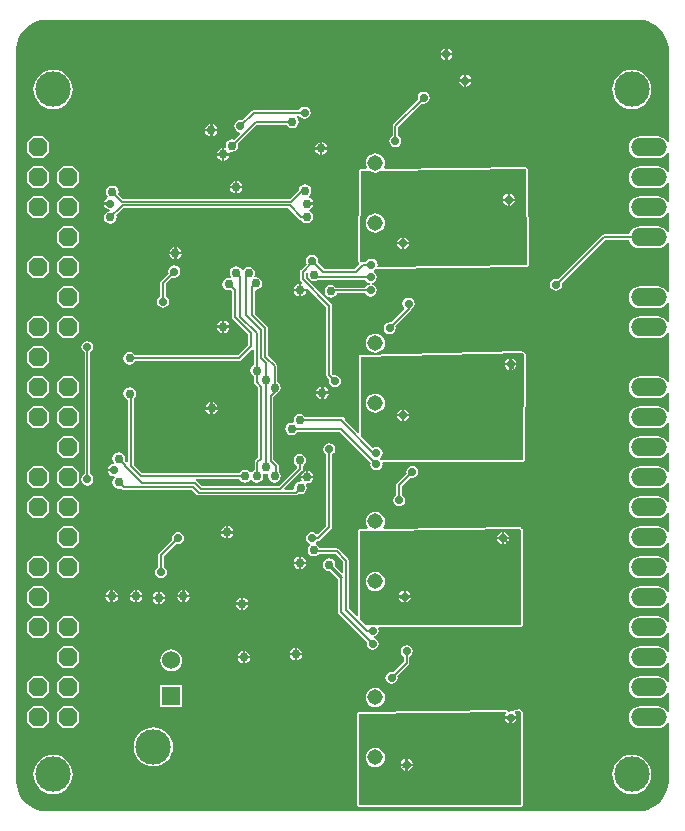
<source format=gbl>
G04*
G04 #@! TF.GenerationSoftware,Altium Limited,Altium Designer,23.7.1 (13)*
G04*
G04 Layer_Physical_Order=2*
G04 Layer_Color=16711680*
%FSLAX44Y44*%
%MOMM*%
G71*
G04*
G04 #@! TF.SameCoordinates,79E1B895-7913-4AE0-894B-E54B3F4E96D7*
G04*
G04*
G04 #@! TF.FilePolarity,Positive*
G04*
G01*
G75*
%ADD57C,0.1600*%
%ADD62C,0.2499*%
%ADD64C,3.0000*%
G04:AMPARAMS|DCode=65|XSize=1.524mm|YSize=1.524mm|CornerRadius=0mm|HoleSize=0mm|Usage=FLASHONLY|Rotation=90.000|XOffset=0mm|YOffset=0mm|HoleType=Round|Shape=Octagon|*
%AMOCTAGOND65*
4,1,8,0.3810,0.7620,-0.3810,0.7620,-0.7620,0.3810,-0.7620,-0.3810,-0.3810,-0.7620,0.3810,-0.7620,0.7620,-0.3810,0.7620,0.3810,0.3810,0.7620,0.0*
%
%ADD65OCTAGOND65*%

%ADD66O,3.0480X1.5240*%
%ADD67C,1.3081*%
%ADD68C,1.5301*%
%ADD69R,1.5301X1.5301*%
%ADD70C,0.7064*%
%ADD71C,0.7564*%
%ADD72C,0.1999*%
G36*
X530000Y674115D02*
X531712Y674115D01*
X535106Y673668D01*
X538412Y672782D01*
X541575Y671472D01*
X544540Y669760D01*
X547256Y667676D01*
X549676Y665255D01*
X551760Y662539D01*
X553472Y659574D01*
X554782Y656411D01*
X555667Y653105D01*
X556114Y649711D01*
X556114Y647999D01*
X556114Y570872D01*
X554844Y570619D01*
X554806Y570711D01*
X553340Y572621D01*
X551430Y574087D01*
X549206Y575009D01*
X546819Y575323D01*
X531579D01*
X529192Y575009D01*
X526967Y574087D01*
X525057Y572621D01*
X523592Y570711D01*
X522670Y568487D01*
X522356Y566100D01*
X522670Y563713D01*
X523592Y561488D01*
X525057Y559578D01*
X526967Y558113D01*
X529192Y557191D01*
X531579Y556877D01*
X546819D01*
X549206Y557191D01*
X551430Y558113D01*
X553340Y559578D01*
X554806Y561488D01*
X554844Y561581D01*
X556114Y561328D01*
Y545472D01*
X554844Y545219D01*
X554806Y545311D01*
X553340Y547221D01*
X551430Y548687D01*
X549206Y549609D01*
X546819Y549923D01*
X531579D01*
X529192Y549609D01*
X526967Y548687D01*
X525057Y547221D01*
X523592Y545311D01*
X522670Y543087D01*
X522356Y540700D01*
X522670Y538313D01*
X523592Y536088D01*
X525057Y534178D01*
X526967Y532713D01*
X529192Y531791D01*
X531579Y531477D01*
X546819D01*
X549206Y531791D01*
X551430Y532713D01*
X553340Y534178D01*
X554806Y536088D01*
X554844Y536181D01*
X556114Y535928D01*
Y520072D01*
X554844Y519819D01*
X554806Y519911D01*
X553340Y521822D01*
X551430Y523287D01*
X549206Y524209D01*
X546819Y524523D01*
X531579D01*
X529192Y524209D01*
X526967Y523287D01*
X525057Y521822D01*
X523592Y519911D01*
X522670Y517687D01*
X522356Y515300D01*
X522670Y512913D01*
X523592Y510689D01*
X525057Y508778D01*
X526967Y507313D01*
X529192Y506391D01*
X531579Y506077D01*
X546819D01*
X549206Y506391D01*
X551430Y507313D01*
X553340Y508778D01*
X554806Y510689D01*
X554844Y510781D01*
X556114Y510528D01*
Y494672D01*
X554844Y494419D01*
X554806Y494511D01*
X553340Y496422D01*
X551430Y497887D01*
X549206Y498809D01*
X546819Y499123D01*
X531579D01*
X529192Y498809D01*
X526967Y497887D01*
X525057Y496422D01*
X523592Y494511D01*
X522670Y492287D01*
X522668Y492270D01*
X501099D01*
X500192Y492089D01*
X499423Y491576D01*
X462304Y454456D01*
X460799Y454755D01*
X458826Y454363D01*
X457154Y453245D01*
X456037Y451573D01*
X455644Y449600D01*
X456037Y447628D01*
X457154Y445955D01*
X458826Y444838D01*
X460799Y444445D01*
X462772Y444838D01*
X464444Y445955D01*
X465562Y447628D01*
X465954Y449600D01*
X465655Y451105D01*
X502080Y487530D01*
X522668D01*
X522670Y487513D01*
X523592Y485289D01*
X525057Y483378D01*
X526967Y481913D01*
X529192Y480991D01*
X531579Y480677D01*
X546819D01*
X549206Y480991D01*
X551430Y481913D01*
X553340Y483378D01*
X554806Y485289D01*
X554844Y485381D01*
X556114Y485128D01*
Y443872D01*
X554844Y443619D01*
X554806Y443711D01*
X553340Y445621D01*
X551430Y447087D01*
X549206Y448009D01*
X546819Y448323D01*
X531579D01*
X529192Y448009D01*
X526967Y447087D01*
X525057Y445621D01*
X523592Y443711D01*
X522670Y441487D01*
X522356Y439100D01*
X522670Y436713D01*
X523592Y434488D01*
X525057Y432578D01*
X526967Y431113D01*
X529192Y430191D01*
X531579Y429877D01*
X546819D01*
X549206Y430191D01*
X551430Y431113D01*
X553340Y432578D01*
X554806Y434488D01*
X554844Y434581D01*
X556114Y434328D01*
X556114Y418472D01*
X554844Y418219D01*
X554806Y418311D01*
X553340Y420221D01*
X551430Y421687D01*
X549206Y422609D01*
X546819Y422923D01*
X531579D01*
X529192Y422609D01*
X526967Y421687D01*
X525057Y420221D01*
X523592Y418311D01*
X522670Y416087D01*
X522356Y413700D01*
X522670Y411313D01*
X523592Y409089D01*
X525057Y407178D01*
X526967Y405713D01*
X529192Y404791D01*
X531579Y404477D01*
X546819D01*
X549206Y404791D01*
X551430Y405713D01*
X553340Y407178D01*
X554806Y409089D01*
X554844Y409181D01*
X556114Y408928D01*
Y367672D01*
X554844Y367419D01*
X554806Y367511D01*
X553340Y369422D01*
X551430Y370887D01*
X549206Y371809D01*
X546819Y372123D01*
X531579D01*
X529192Y371809D01*
X526967Y370887D01*
X525057Y369422D01*
X523592Y367511D01*
X522670Y365287D01*
X522356Y362900D01*
X522670Y360513D01*
X523592Y358288D01*
X525057Y356378D01*
X526967Y354913D01*
X529192Y353991D01*
X531579Y353677D01*
X546819D01*
X549206Y353991D01*
X551430Y354913D01*
X553340Y356378D01*
X554806Y358288D01*
X554844Y358381D01*
X556114Y358128D01*
Y342272D01*
X554844Y342019D01*
X554806Y342111D01*
X553340Y344021D01*
X551430Y345487D01*
X549206Y346409D01*
X546819Y346723D01*
X531579D01*
X529192Y346409D01*
X526967Y345487D01*
X525057Y344021D01*
X523592Y342111D01*
X522670Y339887D01*
X522356Y337500D01*
X522670Y335113D01*
X523592Y332888D01*
X525057Y330978D01*
X526967Y329513D01*
X529192Y328591D01*
X531579Y328277D01*
X546819D01*
X549206Y328591D01*
X551430Y329513D01*
X553340Y330978D01*
X554806Y332888D01*
X554844Y332981D01*
X556114Y332728D01*
Y316872D01*
X554844Y316619D01*
X554806Y316711D01*
X553340Y318622D01*
X551430Y320087D01*
X549206Y321009D01*
X546819Y321323D01*
X531579D01*
X529192Y321009D01*
X526967Y320087D01*
X525057Y318622D01*
X523592Y316711D01*
X522670Y314487D01*
X522356Y312100D01*
X522670Y309713D01*
X523592Y307488D01*
X525057Y305578D01*
X526967Y304113D01*
X529192Y303191D01*
X531579Y302877D01*
X546819D01*
X549206Y303191D01*
X551430Y304113D01*
X553340Y305578D01*
X554806Y307488D01*
X554844Y307581D01*
X556114Y307328D01*
Y291472D01*
X554844Y291219D01*
X554806Y291311D01*
X553340Y293221D01*
X551430Y294687D01*
X549206Y295609D01*
X546819Y295923D01*
X531579D01*
X529192Y295609D01*
X526967Y294687D01*
X525057Y293221D01*
X523592Y291311D01*
X522670Y289087D01*
X522356Y286700D01*
X522670Y284313D01*
X523592Y282089D01*
X525057Y280178D01*
X526967Y278713D01*
X529192Y277791D01*
X531579Y277477D01*
X546819D01*
X549206Y277791D01*
X551430Y278713D01*
X553340Y280178D01*
X554806Y282089D01*
X554844Y282181D01*
X556114Y281928D01*
Y266072D01*
X554844Y265819D01*
X554806Y265911D01*
X553340Y267822D01*
X551430Y269287D01*
X549206Y270209D01*
X546819Y270523D01*
X531579D01*
X529192Y270209D01*
X526967Y269287D01*
X525057Y267822D01*
X523592Y265911D01*
X522670Y263687D01*
X522356Y261300D01*
X522670Y258913D01*
X523592Y256688D01*
X525057Y254778D01*
X526967Y253313D01*
X529192Y252391D01*
X531579Y252077D01*
X546819D01*
X549206Y252391D01*
X551430Y253313D01*
X553340Y254778D01*
X554806Y256688D01*
X554844Y256781D01*
X556114Y256528D01*
X556114Y240672D01*
X554844Y240419D01*
X554806Y240511D01*
X553340Y242421D01*
X551430Y243887D01*
X549206Y244809D01*
X546819Y245123D01*
X531579D01*
X529192Y244809D01*
X526967Y243887D01*
X525057Y242421D01*
X523592Y240511D01*
X522670Y238287D01*
X522356Y235900D01*
X522670Y233513D01*
X523592Y231289D01*
X525057Y229378D01*
X526967Y227913D01*
X529192Y226991D01*
X531579Y226677D01*
X546819D01*
X549206Y226991D01*
X551430Y227913D01*
X553340Y229378D01*
X554806Y231289D01*
X554844Y231381D01*
X556114Y231128D01*
Y215272D01*
X554844Y215019D01*
X554806Y215111D01*
X553340Y217022D01*
X551430Y218487D01*
X549206Y219409D01*
X546819Y219723D01*
X531579D01*
X529192Y219409D01*
X526967Y218487D01*
X525057Y217022D01*
X523592Y215111D01*
X522670Y212887D01*
X522356Y210500D01*
X522670Y208113D01*
X523592Y205889D01*
X525057Y203978D01*
X526967Y202513D01*
X529192Y201591D01*
X531579Y201277D01*
X546819D01*
X549206Y201591D01*
X551430Y202513D01*
X553340Y203978D01*
X554806Y205889D01*
X554844Y205981D01*
X556114Y205728D01*
Y189872D01*
X554844Y189619D01*
X554806Y189711D01*
X553340Y191621D01*
X551430Y193087D01*
X549206Y194009D01*
X546819Y194323D01*
X531579D01*
X529192Y194009D01*
X526967Y193087D01*
X525057Y191621D01*
X523592Y189711D01*
X522670Y187487D01*
X522356Y185100D01*
X522670Y182713D01*
X523592Y180488D01*
X525057Y178578D01*
X526967Y177113D01*
X529192Y176191D01*
X531579Y175877D01*
X546819D01*
X549206Y176191D01*
X551430Y177113D01*
X553340Y178578D01*
X554806Y180488D01*
X554844Y180581D01*
X556114Y180328D01*
Y164472D01*
X554844Y164219D01*
X554806Y164311D01*
X553340Y166222D01*
X551430Y167687D01*
X549206Y168609D01*
X546819Y168923D01*
X531579D01*
X529192Y168609D01*
X526967Y167687D01*
X525057Y166222D01*
X523592Y164311D01*
X522670Y162087D01*
X522356Y159700D01*
X522670Y157313D01*
X523592Y155089D01*
X525057Y153178D01*
X526967Y151713D01*
X529192Y150791D01*
X531579Y150477D01*
X546819D01*
X549206Y150791D01*
X551430Y151713D01*
X553340Y153178D01*
X554806Y155089D01*
X554844Y155181D01*
X556114Y154928D01*
Y139072D01*
X554844Y138819D01*
X554806Y138911D01*
X553340Y140822D01*
X551430Y142287D01*
X549206Y143209D01*
X546819Y143523D01*
X531579D01*
X529192Y143209D01*
X526967Y142287D01*
X525057Y140822D01*
X523592Y138911D01*
X522670Y136687D01*
X522356Y134300D01*
X522670Y131913D01*
X523592Y129689D01*
X525057Y127778D01*
X526967Y126313D01*
X529192Y125391D01*
X531579Y125077D01*
X546819D01*
X549206Y125391D01*
X551430Y126313D01*
X553340Y127778D01*
X554806Y129689D01*
X554844Y129781D01*
X556114Y129528D01*
Y113672D01*
X554844Y113419D01*
X554806Y113511D01*
X553340Y115421D01*
X551430Y116887D01*
X549206Y117809D01*
X546819Y118123D01*
X531579D01*
X529192Y117809D01*
X526967Y116887D01*
X525057Y115421D01*
X523592Y113511D01*
X522670Y111287D01*
X522356Y108900D01*
X522670Y106513D01*
X523592Y104289D01*
X525057Y102378D01*
X526967Y100913D01*
X529192Y99991D01*
X531579Y99677D01*
X546819D01*
X549206Y99991D01*
X551430Y100913D01*
X553340Y102378D01*
X554806Y104289D01*
X554844Y104381D01*
X556114Y104128D01*
Y88272D01*
X554844Y88019D01*
X554806Y88111D01*
X553340Y90021D01*
X551430Y91487D01*
X549206Y92409D01*
X546819Y92723D01*
X531579D01*
X529192Y92409D01*
X526967Y91487D01*
X525057Y90021D01*
X523592Y88111D01*
X522670Y85887D01*
X522356Y83500D01*
X522670Y81113D01*
X523592Y78889D01*
X525057Y76978D01*
X526967Y75513D01*
X529192Y74591D01*
X531579Y74277D01*
X546819D01*
X549206Y74591D01*
X551430Y75513D01*
X553340Y76978D01*
X554806Y78889D01*
X554844Y78981D01*
X556114Y78728D01*
X556114Y30000D01*
Y28288D01*
X555667Y24894D01*
X554781Y21587D01*
X553471Y18425D01*
X551760Y15460D01*
X549676Y12744D01*
X547255Y10323D01*
X544539Y8239D01*
X541574Y6527D01*
X538411Y5217D01*
X535105Y4331D01*
X531711Y3884D01*
X28288D01*
X24894Y4331D01*
X21587Y5217D01*
X18425Y6527D01*
X15460Y8239D01*
X12744Y10323D01*
X10323Y12744D01*
X8239Y15460D01*
X6527Y18425D01*
X5217Y21587D01*
X4331Y24894D01*
X3884Y28288D01*
Y30000D01*
X3884Y647999D01*
X3884Y649710D01*
X4331Y653105D01*
X5217Y656412D01*
X6527Y659574D01*
X8239Y662539D01*
X10323Y665256D01*
X12744Y667676D01*
X15460Y669760D01*
X18424Y671472D01*
X21587Y672782D01*
X24894Y673669D01*
X28288Y674115D01*
X30000Y674116D01*
X530000Y674115D01*
D02*
G37*
%LPC*%
G36*
X369016Y649752D02*
Y645815D01*
X372953D01*
X372763Y646772D01*
X371645Y648444D01*
X369973Y649562D01*
X369016Y649752D01*
D02*
G37*
G36*
X366984D02*
X366028Y649562D01*
X364355Y648444D01*
X363238Y646772D01*
X363047Y645815D01*
X366984D01*
Y649752D01*
D02*
G37*
G36*
X372953Y643783D02*
X369016D01*
Y639846D01*
X369973Y640037D01*
X371645Y641154D01*
X372763Y642827D01*
X372953Y643783D01*
D02*
G37*
G36*
X366984D02*
X363047D01*
X363238Y642827D01*
X364355Y641154D01*
X366028Y640037D01*
X366984Y639846D01*
Y643783D01*
D02*
G37*
G36*
X385016Y627352D02*
Y623415D01*
X388953D01*
X388762Y624372D01*
X387645Y626044D01*
X385973Y627162D01*
X385016Y627352D01*
D02*
G37*
G36*
X382984D02*
X382027Y627162D01*
X380355Y626044D01*
X379237Y624372D01*
X379047Y623415D01*
X382984D01*
Y627352D01*
D02*
G37*
G36*
X388953Y621383D02*
X385016D01*
Y617446D01*
X385973Y617636D01*
X387645Y618754D01*
X388762Y620426D01*
X388953Y621383D01*
D02*
G37*
G36*
X382984D02*
X379047D01*
X379237Y620426D01*
X380355Y618754D01*
X382027Y617636D01*
X382984Y617446D01*
Y621383D01*
D02*
G37*
G36*
X348800Y613155D02*
X346828Y612762D01*
X345155Y611645D01*
X344038Y609972D01*
X343646Y608000D01*
X343945Y606495D01*
X323124Y585675D01*
X322611Y584906D01*
X322430Y583999D01*
Y575698D01*
X321155Y574845D01*
X320037Y573173D01*
X319645Y571200D01*
X320037Y569228D01*
X321155Y567555D01*
X322827Y566438D01*
X324800Y566045D01*
X326773Y566438D01*
X328445Y567555D01*
X329562Y569228D01*
X329955Y571200D01*
X329562Y573173D01*
X328445Y574845D01*
X327170Y575698D01*
Y583018D01*
X347296Y603144D01*
X348800Y602845D01*
X350773Y603237D01*
X352445Y604355D01*
X353563Y606027D01*
X353955Y608000D01*
X353563Y609972D01*
X352445Y611645D01*
X350773Y612762D01*
X348800Y613155D01*
D02*
G37*
G36*
X524998Y631604D02*
X521758Y631285D01*
X518644Y630340D01*
X515773Y628806D01*
X513257Y626741D01*
X511192Y624225D01*
X509658Y621354D01*
X508713Y618239D01*
X508394Y615000D01*
X508713Y611761D01*
X509658Y608646D01*
X511192Y605775D01*
X513257Y603259D01*
X515773Y601194D01*
X518644Y599660D01*
X521758Y598715D01*
X524998Y598396D01*
X528237Y598715D01*
X531352Y599660D01*
X534222Y601194D01*
X536738Y603259D01*
X538803Y605775D01*
X540338Y608646D01*
X541283Y611761D01*
X541602Y615000D01*
X541283Y618239D01*
X540338Y621354D01*
X538803Y624225D01*
X536738Y626741D01*
X534222Y628806D01*
X531352Y630340D01*
X528237Y631285D01*
X524998Y631604D01*
D02*
G37*
G36*
X34999D02*
X31759Y631285D01*
X28645Y630340D01*
X25774Y628806D01*
X23258Y626741D01*
X21193Y624225D01*
X19659Y621354D01*
X18714Y618239D01*
X18395Y615000D01*
X18714Y611761D01*
X19659Y608646D01*
X21193Y605775D01*
X23258Y603259D01*
X25774Y601194D01*
X28645Y599660D01*
X31759Y598715D01*
X34999Y598396D01*
X38238Y598715D01*
X41353Y599660D01*
X44223Y601194D01*
X46739Y603259D01*
X48804Y605775D01*
X50339Y608646D01*
X51283Y611761D01*
X51603Y615000D01*
X51283Y618239D01*
X50339Y621354D01*
X48804Y624225D01*
X46739Y626741D01*
X44223Y628806D01*
X41353Y630340D01*
X38238Y631285D01*
X34999Y631604D01*
D02*
G37*
G36*
X248001Y600356D02*
X246028Y599963D01*
X244355Y598846D01*
X243503Y597570D01*
X204800D01*
X203893Y597390D01*
X203125Y596876D01*
X195103Y588855D01*
X193599Y589154D01*
X191626Y588762D01*
X189954Y587644D01*
X188836Y585972D01*
X188444Y583999D01*
X188836Y582027D01*
X189954Y580354D01*
X191626Y579237D01*
X192847Y578994D01*
X193265Y577616D01*
X188217Y572568D01*
X186500Y572910D01*
X184429Y572498D01*
X182674Y571325D01*
X181501Y569570D01*
X181089Y567500D01*
X181343Y566225D01*
X180273Y565155D01*
X180015Y565207D01*
Y561015D01*
X184207D01*
X184156Y561273D01*
X185225Y562343D01*
X186500Y562090D01*
X188570Y562501D01*
X190325Y563674D01*
X191498Y565429D01*
X191910Y567500D01*
X191568Y569217D01*
X207481Y585130D01*
X232702D01*
X233675Y583674D01*
X235430Y582501D01*
X237500Y582089D01*
X239571Y582501D01*
X241326Y583674D01*
X242498Y585429D01*
X242910Y587500D01*
X242498Y589570D01*
X241326Y591325D01*
X240972Y591561D01*
X241357Y592831D01*
X243503D01*
X244355Y591556D01*
X246028Y590438D01*
X248001Y590046D01*
X249973Y590438D01*
X251646Y591556D01*
X252763Y593228D01*
X253155Y595201D01*
X252763Y597174D01*
X251646Y598846D01*
X249973Y599963D01*
X248001Y600356D01*
D02*
G37*
G36*
X170015Y585707D02*
Y581515D01*
X174207D01*
X173997Y582570D01*
X172824Y584325D01*
X171069Y585497D01*
X170015Y585707D01*
D02*
G37*
G36*
X167983D02*
X166929Y585497D01*
X165173Y584325D01*
X164001Y582570D01*
X163791Y581515D01*
X167983D01*
Y585707D01*
D02*
G37*
G36*
X174207Y579483D02*
X170015D01*
Y575291D01*
X171069Y575501D01*
X172824Y576674D01*
X173997Y578429D01*
X174207Y579483D01*
D02*
G37*
G36*
X167983D02*
X163791D01*
X164001Y578429D01*
X165173Y576674D01*
X166929Y575501D01*
X167983Y575291D01*
Y579483D01*
D02*
G37*
G36*
X263116Y570208D02*
Y566016D01*
X267308D01*
X267098Y567071D01*
X265926Y568826D01*
X264170Y569998D01*
X263116Y570208D01*
D02*
G37*
G36*
X261084D02*
X260030Y569998D01*
X258275Y568826D01*
X257102Y567071D01*
X256892Y566016D01*
X261084D01*
Y570208D01*
D02*
G37*
G36*
X177983Y565207D02*
X176929Y564997D01*
X175173Y563824D01*
X174001Y562069D01*
X173791Y561015D01*
X177983D01*
Y565207D01*
D02*
G37*
G36*
X267308Y563984D02*
X263116D01*
Y559792D01*
X264170Y560002D01*
X265926Y561175D01*
X267098Y562930D01*
X267308Y563984D01*
D02*
G37*
G36*
X261084D02*
X256892D01*
X257102Y562930D01*
X258275Y561175D01*
X260030Y560002D01*
X261084Y559792D01*
Y563984D01*
D02*
G37*
G36*
X26871Y575445D02*
X17727D01*
X13155Y570873D01*
Y561729D01*
X17727Y557157D01*
X26871D01*
X31443Y561729D01*
Y570873D01*
X26871Y575445D01*
D02*
G37*
G36*
X184207Y558983D02*
X180015D01*
Y554791D01*
X181069Y555001D01*
X182824Y556173D01*
X183997Y557929D01*
X184207Y558983D01*
D02*
G37*
G36*
X177983D02*
X173791D01*
X174001Y557929D01*
X175173Y556173D01*
X176929Y555001D01*
X177983Y554791D01*
Y558983D01*
D02*
G37*
G36*
X191117Y537508D02*
Y533316D01*
X195309D01*
X195099Y534370D01*
X193927Y536126D01*
X192171Y537298D01*
X191117Y537508D01*
D02*
G37*
G36*
X189085D02*
X188031Y537298D01*
X186276Y536126D01*
X185103Y534370D01*
X184893Y533316D01*
X189085D01*
Y537508D01*
D02*
G37*
G36*
X52271Y550045D02*
X43127D01*
X38555Y545473D01*
Y536329D01*
X43127Y531757D01*
X52271D01*
X56843Y536329D01*
Y545473D01*
X52271Y550045D01*
D02*
G37*
G36*
X26871D02*
X17727D01*
X13155Y545473D01*
Y536329D01*
X17727Y531757D01*
X26871D01*
X31443Y536329D01*
Y545473D01*
X26871Y550045D01*
D02*
G37*
G36*
X195309Y531284D02*
X191117D01*
Y527092D01*
X192171Y527302D01*
X193927Y528475D01*
X195099Y530230D01*
X195309Y531284D01*
D02*
G37*
G36*
X189085D02*
X184893D01*
X185103Y530230D01*
X186276Y528475D01*
X188031Y527302D01*
X189085Y527092D01*
Y531284D01*
D02*
G37*
G36*
X248300Y534510D02*
X246230Y534098D01*
X244475Y532925D01*
X243302Y531170D01*
X242975Y529526D01*
X235818Y522369D01*
X94182D01*
X90069Y526483D01*
X90411Y528201D01*
X89999Y530271D01*
X88827Y532026D01*
X87071Y533199D01*
X85001Y533611D01*
X82931Y533199D01*
X81176Y532026D01*
X80003Y530271D01*
X79591Y528201D01*
X80003Y526130D01*
X81176Y524375D01*
X81208Y524354D01*
X80967Y522987D01*
X79555Y522044D01*
X78438Y520372D01*
X78247Y519415D01*
X83200D01*
Y517383D01*
X78247D01*
X78438Y516426D01*
X79555Y514754D01*
X81228Y513636D01*
X83200Y513244D01*
X83394Y512009D01*
X81331Y511599D01*
X79575Y510426D01*
X78403Y508671D01*
X77991Y506600D01*
X78403Y504530D01*
X79575Y502775D01*
X81331Y501602D01*
X83401Y501190D01*
X85471Y501602D01*
X87226Y502775D01*
X88399Y504530D01*
X88811Y506600D01*
X88469Y508318D01*
X94583Y514431D01*
X234217D01*
X243325Y505324D01*
X244094Y504810D01*
X245001Y504630D01*
X245102D01*
X246075Y503174D01*
X247830Y502001D01*
X249900Y501589D01*
X251971Y502001D01*
X253726Y503174D01*
X254899Y504929D01*
X255310Y506999D01*
X254899Y509070D01*
X253726Y510825D01*
X251971Y511997D01*
X251849Y512022D01*
Y513317D01*
X252271Y513400D01*
X254026Y514573D01*
X255198Y516328D01*
X255408Y517383D01*
X250200D01*
Y519415D01*
X255408D01*
X255198Y520469D01*
X254026Y522224D01*
X252271Y523397D01*
X251755Y523499D01*
X251487Y524848D01*
X252126Y525274D01*
X253298Y527029D01*
X253710Y529100D01*
X253298Y531170D01*
X252126Y532925D01*
X250371Y534098D01*
X248300Y534510D01*
D02*
G37*
G36*
X52271Y524645D02*
X43127D01*
X38555Y520073D01*
Y510929D01*
X43127Y506357D01*
X52271D01*
X56843Y510929D01*
Y520073D01*
X52271Y524645D01*
D02*
G37*
G36*
X26871D02*
X17727D01*
X13155Y520073D01*
Y510929D01*
X17727Y506357D01*
X26871D01*
X31443Y510929D01*
Y520073D01*
X26871Y524645D01*
D02*
G37*
G36*
X52271Y499245D02*
X43127D01*
X38555Y494673D01*
Y485529D01*
X43127Y480957D01*
X52271D01*
X56843Y485529D01*
Y494673D01*
X52271Y499245D01*
D02*
G37*
G36*
X139616Y481608D02*
Y477416D01*
X143808D01*
X143598Y478470D01*
X142426Y480225D01*
X140670Y481398D01*
X139616Y481608D01*
D02*
G37*
G36*
X137584D02*
X136530Y481398D01*
X134775Y480225D01*
X133602Y478470D01*
X133392Y477416D01*
X137584D01*
Y481608D01*
D02*
G37*
G36*
X143808Y475384D02*
X139616D01*
Y471192D01*
X140670Y471402D01*
X142426Y472574D01*
X143598Y474329D01*
X143808Y475384D01*
D02*
G37*
G36*
X137584D02*
X133392D01*
X133602Y474329D01*
X134775Y472574D01*
X136530Y471402D01*
X137584Y471192D01*
Y475384D01*
D02*
G37*
G36*
X307800Y560833D02*
X305695Y560556D01*
X303733Y559743D01*
X302048Y558451D01*
X300755Y556766D01*
X299943Y554804D01*
X299666Y552699D01*
X299943Y550594D01*
X300572Y549075D01*
X299928Y547800D01*
X295778Y547766D01*
X295209Y547525D01*
X294638Y547297D01*
X294634Y547287D01*
X294625Y547283D01*
X294625Y547283D01*
X294622Y547276D01*
X294615Y547274D01*
X294384Y546704D01*
X294142Y546136D01*
X293253Y469541D01*
X293435Y469087D01*
X293418Y468939D01*
X293520Y468811D01*
X293609Y468498D01*
X293710Y468370D01*
X294068Y467020D01*
X290219Y463169D01*
X264481D01*
X259155Y468495D01*
X259455Y469999D01*
X259062Y471972D01*
X257945Y473644D01*
X256272Y474762D01*
X254300Y475154D01*
X252327Y474762D01*
X250655Y473644D01*
X249537Y471972D01*
X249145Y469999D01*
X249537Y468026D01*
X249833Y467584D01*
X244725Y462475D01*
X244459Y462076D01*
X244211Y461706D01*
X244211Y461706D01*
X244211Y461706D01*
X244120Y461250D01*
X244031Y460799D01*
Y454401D01*
X244211Y453494D01*
X244725Y452725D01*
X246178Y451272D01*
X245552Y450102D01*
X245016Y450208D01*
Y446016D01*
X249208D01*
X249101Y446553D01*
X250272Y447178D01*
X266431Y431019D01*
Y372801D01*
X266611Y371894D01*
X267125Y371125D01*
X268745Y369505D01*
X268446Y368000D01*
X268839Y366028D01*
X269956Y364355D01*
X271628Y363238D01*
X273601Y362845D01*
X275574Y363238D01*
X277246Y364355D01*
X278364Y366028D01*
X278756Y368000D01*
X278364Y369973D01*
X277246Y371645D01*
X275574Y372763D01*
X273601Y373155D01*
X272097Y372856D01*
X271170Y373782D01*
Y432001D01*
X270990Y432907D01*
X270476Y433676D01*
X248770Y455382D01*
Y459394D01*
X249716Y460242D01*
X250637Y458939D01*
X250490Y458201D01*
X250902Y456130D01*
X252075Y454375D01*
X253830Y453203D01*
X255900Y452791D01*
X257970Y453203D01*
X258612Y453632D01*
X299503D01*
X300355Y452356D01*
X302027Y451239D01*
X302986Y451048D01*
Y449753D01*
X302027Y449562D01*
X300355Y448445D01*
X299503Y447169D01*
X274631D01*
X274125Y447927D01*
X272369Y449099D01*
X270299Y449511D01*
X268229Y449099D01*
X266474Y447927D01*
X265301Y446171D01*
X264889Y444101D01*
X265301Y442031D01*
X266474Y440276D01*
X268229Y439103D01*
X270299Y438691D01*
X272369Y439103D01*
X274125Y440276D01*
X275297Y442031D01*
X275377Y442430D01*
X299503D01*
X300355Y441155D01*
X302027Y440037D01*
X304000Y439645D01*
X305973Y440037D01*
X307645Y441155D01*
X308762Y442827D01*
X309155Y444800D01*
X308762Y446772D01*
X307645Y448445D01*
X305973Y449562D01*
X305014Y449753D01*
Y451048D01*
X305973Y451239D01*
X307645Y452356D01*
X308762Y454028D01*
X309155Y456001D01*
X308762Y457974D01*
X307645Y459646D01*
X306364Y460502D01*
X306572Y461838D01*
X308194Y462922D01*
X309235Y463546D01*
X309747Y463341D01*
X310235Y463083D01*
X310322Y463110D01*
X310406Y463076D01*
X435970Y464543D01*
X436555Y464793D01*
X437125Y465036D01*
X437128Y465037D01*
X437129Y465039D01*
X437131Y465040D01*
X437367Y465628D01*
X437600Y466208D01*
X437600Y466212D01*
X437600Y466212D01*
X437600Y466212D01*
X436862Y547263D01*
X436862Y547263D01*
X436862Y547263D01*
X436862Y547264D01*
X436617Y547843D01*
X436370Y548425D01*
X436369Y548425D01*
X436369Y548426D01*
X436363Y548428D01*
X435780Y548664D01*
X435200Y548899D01*
X315800Y547929D01*
X315077Y549193D01*
X315657Y550594D01*
X315934Y552699D01*
X315657Y554804D01*
X314844Y556766D01*
X313551Y558451D01*
X311867Y559743D01*
X309905Y560556D01*
X307800Y560833D01*
D02*
G37*
G36*
X137599Y465954D02*
X135627Y465562D01*
X133954Y464444D01*
X132837Y462772D01*
X132444Y460799D01*
X132744Y459295D01*
X126325Y452876D01*
X125812Y452107D01*
X125631Y451200D01*
Y439698D01*
X124356Y438846D01*
X123238Y437174D01*
X122846Y435201D01*
X123238Y433228D01*
X124356Y431556D01*
X126028Y430438D01*
X128001Y430046D01*
X129973Y430438D01*
X131646Y431556D01*
X132763Y433228D01*
X133156Y435201D01*
X132763Y437174D01*
X131646Y438846D01*
X130370Y439698D01*
Y450219D01*
X136095Y455943D01*
X137599Y455644D01*
X139572Y456037D01*
X141244Y457154D01*
X142362Y458826D01*
X142754Y460799D01*
X142362Y462772D01*
X141244Y464444D01*
X139572Y465562D01*
X137599Y465954D01*
D02*
G37*
G36*
X52271Y473845D02*
X43127D01*
X38555Y469273D01*
Y460129D01*
X43127Y455557D01*
X52271D01*
X56843Y460129D01*
Y469273D01*
X52271Y473845D01*
D02*
G37*
G36*
X26871D02*
X17727D01*
X13155Y469273D01*
Y460129D01*
X17727Y455557D01*
X26871D01*
X31443Y460129D01*
Y469273D01*
X26871Y473845D01*
D02*
G37*
G36*
X189901Y465211D02*
X187830Y464799D01*
X186075Y463626D01*
X184902Y461871D01*
X184491Y459801D01*
X184902Y457731D01*
X185708Y456525D01*
X184944Y455382D01*
X183799Y455610D01*
X181729Y455198D01*
X179974Y454025D01*
X178801Y452270D01*
X178389Y450200D01*
X178801Y448129D01*
X179974Y446374D01*
X181729Y445201D01*
X183799Y444790D01*
X185518Y445132D01*
X186431Y444219D01*
Y422399D01*
X186611Y421493D01*
X187125Y420724D01*
X200129Y407720D01*
Y398769D01*
X191433Y390073D01*
X104662D01*
X103825Y391325D01*
X102070Y392498D01*
X100000Y392910D01*
X97929Y392498D01*
X96174Y391325D01*
X95002Y389570D01*
X94590Y387500D01*
X95002Y385429D01*
X96174Y383674D01*
X97929Y382502D01*
X100000Y382090D01*
X102070Y382502D01*
X103825Y383674D01*
X104662Y384927D01*
X192499D01*
X193484Y385123D01*
X194318Y385681D01*
X203861Y395223D01*
X205131Y394697D01*
Y381597D01*
X203675Y380624D01*
X202502Y378869D01*
X202090Y376799D01*
X202502Y374729D01*
X203675Y372973D01*
X205131Y372001D01*
Y366900D01*
X205311Y365994D01*
X205825Y365225D01*
X208831Y362218D01*
Y303381D01*
X206325Y300875D01*
X205811Y300106D01*
X205631Y299199D01*
Y292538D01*
X205430Y292498D01*
X203675Y291325D01*
X203264Y290711D01*
X201737D01*
X201326Y291325D01*
X199571Y292498D01*
X197500Y292910D01*
X195430Y292498D01*
X193675Y291325D01*
X192702Y289870D01*
X110283D01*
X103169Y296981D01*
Y353236D01*
X103825Y353675D01*
X104998Y355430D01*
X105410Y357500D01*
X104998Y359570D01*
X103825Y361325D01*
X102070Y362498D01*
X100000Y362910D01*
X97929Y362498D01*
X96174Y361325D01*
X95002Y359570D01*
X94590Y357500D01*
X95002Y355430D01*
X96174Y353675D01*
X97929Y352502D01*
X98430Y352402D01*
Y299818D01*
X97160Y299291D01*
X95769Y300682D01*
X96111Y302400D01*
X95699Y304470D01*
X94526Y306225D01*
X92771Y307398D01*
X90701Y307810D01*
X88631Y307398D01*
X86875Y306225D01*
X85703Y304470D01*
X85291Y302400D01*
X85703Y300329D01*
X86479Y299168D01*
X86473Y299073D01*
X85852Y297847D01*
X84428Y297564D01*
X82756Y296446D01*
X81638Y294774D01*
X81448Y293817D01*
X86401D01*
Y291785D01*
X81448D01*
X81638Y290828D01*
X82756Y289156D01*
X84428Y288039D01*
X86401Y287646D01*
X86850Y287735D01*
X87345Y286539D01*
X86875Y286225D01*
X85703Y284470D01*
X85291Y282400D01*
X85703Y280329D01*
X86875Y278574D01*
X88631Y277402D01*
X90701Y276990D01*
X92416Y277331D01*
X93023Y276724D01*
X93023Y276724D01*
X93023Y276724D01*
X93424Y276456D01*
X93791Y276210D01*
X93792Y276210D01*
X93792Y276210D01*
X94239Y276121D01*
X94698Y276030D01*
X94698Y276030D01*
X94699Y276030D01*
X152618D01*
X156724Y271925D01*
X157107Y271670D01*
X157493Y271412D01*
X157493Y271412D01*
X157493Y271412D01*
X157958Y271319D01*
X158399Y271231D01*
X240401D01*
X241308Y271412D01*
X242076Y271926D01*
X242783Y272632D01*
X244500Y272291D01*
X246571Y272703D01*
X248326Y273875D01*
X249499Y275630D01*
X249910Y277701D01*
X249499Y279771D01*
X249157Y280282D01*
X249921Y281425D01*
X250101Y281389D01*
X252171Y281801D01*
X253927Y282974D01*
X255099Y284729D01*
X255309Y285783D01*
X244893D01*
X245103Y284729D01*
X245444Y284218D01*
X244681Y283075D01*
X244500Y283111D01*
X242430Y282699D01*
X240675Y281526D01*
X239502Y279771D01*
X239090Y277701D01*
X239182Y277241D01*
X238140Y275971D01*
X231383D01*
X230896Y277144D01*
X245676Y291926D01*
X245889Y292244D01*
X246189Y292694D01*
X246189Y292694D01*
X246189Y292694D01*
X246280Y293151D01*
X246370Y293601D01*
Y296403D01*
X247826Y297375D01*
X248998Y299130D01*
X249410Y301201D01*
X248998Y303271D01*
X247826Y305026D01*
X246070Y306199D01*
X244000Y306611D01*
X241930Y306199D01*
X240175Y305026D01*
X239002Y303271D01*
X238590Y301201D01*
X239002Y299130D01*
X240175Y297375D01*
X241630Y296403D01*
Y294583D01*
X226219Y279169D01*
X160981D01*
X156875Y283275D01*
X156106Y283789D01*
X155746Y283860D01*
X155871Y285130D01*
X192702D01*
X193675Y283675D01*
X195430Y282502D01*
X197500Y282090D01*
X199571Y282502D01*
X201326Y283675D01*
X201737Y284289D01*
X203264D01*
X203675Y283675D01*
X205430Y282502D01*
X207500Y282090D01*
X209571Y282502D01*
X211326Y283675D01*
X212498Y285430D01*
X212910Y287500D01*
X212657Y288774D01*
X213727Y289844D01*
X215001Y289591D01*
X216272Y289844D01*
X217342Y288772D01*
X217089Y287500D01*
X217501Y285430D01*
X218673Y283675D01*
X220429Y282502D01*
X222499Y282090D01*
X224569Y282502D01*
X226324Y283675D01*
X227497Y285430D01*
X227909Y287500D01*
X227497Y289570D01*
X226370Y291258D01*
Y295999D01*
X226189Y296906D01*
X225676Y297675D01*
X221569Y301781D01*
Y354220D01*
X224174Y356825D01*
X224674Y357573D01*
X226324Y358676D01*
X227497Y360431D01*
X227909Y362501D01*
X227497Y364571D01*
X226324Y366327D01*
X224869Y367299D01*
Y380700D01*
X224688Y381607D01*
X224174Y382376D01*
X216768Y389782D01*
Y412801D01*
X216588Y413708D01*
X216074Y414476D01*
X205570Y424981D01*
Y444527D01*
X206500Y445290D01*
X208570Y445702D01*
X210325Y446875D01*
X211498Y448630D01*
X211910Y450700D01*
X211498Y452771D01*
X210325Y454526D01*
X208570Y455698D01*
X206500Y456110D01*
X206223Y456055D01*
X205518Y457111D01*
X205597Y457230D01*
X206009Y459301D01*
X205597Y461371D01*
X204424Y463126D01*
X202669Y464299D01*
X200599Y464711D01*
X198529Y464299D01*
X196774Y463126D01*
X196122Y462152D01*
X195832Y462085D01*
X194653Y462239D01*
X193726Y463626D01*
X191971Y464799D01*
X189901Y465211D01*
D02*
G37*
G36*
X242984Y450208D02*
X241930Y449999D01*
X240175Y448826D01*
X239002Y447071D01*
X238792Y446016D01*
X242984D01*
Y450208D01*
D02*
G37*
G36*
X249208Y443984D02*
X245016D01*
Y439792D01*
X246070Y440002D01*
X247826Y441175D01*
X248998Y442930D01*
X249208Y443984D01*
D02*
G37*
G36*
X242984D02*
X238792D01*
X239002Y442930D01*
X240175Y441175D01*
X241930Y440002D01*
X242984Y439792D01*
Y443984D01*
D02*
G37*
G36*
X52271Y448445D02*
X43127D01*
X38555Y443873D01*
Y434729D01*
X43127Y430157D01*
X52271D01*
X56843Y434729D01*
Y443873D01*
X52271Y448445D01*
D02*
G37*
G36*
X335999Y438756D02*
X334026Y438363D01*
X332354Y437246D01*
X331236Y435574D01*
X330844Y433601D01*
X331236Y431628D01*
X332354Y429956D01*
X332390Y429931D01*
X332515Y428667D01*
X321504Y417657D01*
X319999Y417956D01*
X318027Y417563D01*
X316354Y416446D01*
X315237Y414773D01*
X314844Y412801D01*
X315237Y410828D01*
X316354Y409156D01*
X318027Y408038D01*
X319999Y407646D01*
X321972Y408038D01*
X323644Y409156D01*
X324762Y410828D01*
X325154Y412801D01*
X324855Y414305D01*
X337674Y427125D01*
X338188Y427893D01*
X338368Y428800D01*
Y429104D01*
X339644Y429956D01*
X340761Y431628D01*
X341154Y433601D01*
X340761Y435574D01*
X339644Y437246D01*
X337971Y438363D01*
X335999Y438756D01*
D02*
G37*
G36*
X180015Y419309D02*
Y415117D01*
X184207D01*
X183997Y416172D01*
X182824Y417927D01*
X181069Y419100D01*
X180015Y419309D01*
D02*
G37*
G36*
X177983D02*
X176929Y419100D01*
X175173Y417927D01*
X174001Y416172D01*
X173791Y415117D01*
X177983D01*
Y419309D01*
D02*
G37*
G36*
X184207Y413085D02*
X180015D01*
Y408893D01*
X181069Y409103D01*
X182824Y410276D01*
X183997Y412031D01*
X184207Y413085D01*
D02*
G37*
G36*
X177983D02*
X173791D01*
X174001Y412031D01*
X175173Y410276D01*
X176929Y409103D01*
X177983Y408893D01*
Y413085D01*
D02*
G37*
G36*
X52271Y423045D02*
X43127D01*
X38555Y418473D01*
Y409329D01*
X43127Y404757D01*
X52271D01*
X56843Y409329D01*
Y418473D01*
X52271Y423045D01*
D02*
G37*
G36*
X26871D02*
X17727D01*
X13155Y418473D01*
Y409329D01*
X17727Y404757D01*
X26871D01*
X31443Y409329D01*
Y418473D01*
X26871Y423045D01*
D02*
G37*
G36*
X432455Y393226D02*
X432444Y393222D01*
X432433Y393226D01*
X295597Y390393D01*
X295033Y390146D01*
X294464Y389910D01*
X294457Y389893D01*
X294440Y389886D01*
X294216Y389312D01*
X293981Y388744D01*
Y324429D01*
X292808Y323943D01*
X282436Y334315D01*
X282572Y335001D01*
X282376Y335985D01*
X281819Y336820D01*
X280984Y337378D01*
X279999Y337574D01*
X248662D01*
X247826Y338826D01*
X246070Y339999D01*
X244000Y340411D01*
X241930Y339999D01*
X240175Y338826D01*
X239002Y337071D01*
X238590Y335001D01*
X238812Y333884D01*
X237732Y332804D01*
X237200Y332910D01*
X235130Y332498D01*
X233375Y331325D01*
X232202Y329570D01*
X231790Y327500D01*
X232202Y325430D01*
X233375Y323675D01*
X235130Y322502D01*
X237200Y322090D01*
X239271Y322502D01*
X241026Y323675D01*
X241863Y324927D01*
X278188D01*
X278324Y324725D01*
X303945Y299104D01*
X303646Y297599D01*
X304038Y295626D01*
X305155Y293954D01*
X306828Y292837D01*
X308801Y292444D01*
X310773Y292837D01*
X312446Y293954D01*
X313563Y295626D01*
X313955Y297599D01*
X313814Y298309D01*
X314856Y299579D01*
X432862D01*
X433441Y299819D01*
X434022Y300056D01*
X434024Y300060D01*
X434029Y300062D01*
X434268Y300641D01*
X434512Y301219D01*
X435022Y390676D01*
X435017Y390687D01*
X435022Y390698D01*
X434780Y391270D01*
X434545Y391845D01*
X434534Y391850D01*
X434530Y391861D01*
X433625Y392752D01*
X433614Y392756D01*
X433609Y392767D01*
X433031Y392993D01*
X432455Y393226D01*
D02*
G37*
G36*
X307800Y408334D02*
X305695Y408057D01*
X303733Y407244D01*
X302048Y405951D01*
X300755Y404267D01*
X299943Y402305D01*
X299666Y400200D01*
X299943Y398095D01*
X300755Y396133D01*
X302048Y394448D01*
X303733Y393156D01*
X305695Y392343D01*
X307800Y392066D01*
X309905Y392343D01*
X311867Y393156D01*
X313551Y394448D01*
X314844Y396133D01*
X315657Y398095D01*
X315934Y400200D01*
X315657Y402305D01*
X314844Y404267D01*
X313551Y405951D01*
X311867Y407244D01*
X309905Y408057D01*
X307800Y408334D01*
D02*
G37*
G36*
X26871Y397645D02*
X17727D01*
X13155Y393073D01*
Y383929D01*
X17727Y379357D01*
X26871D01*
X31443Y383929D01*
Y393073D01*
X26871Y397645D01*
D02*
G37*
G36*
X264015Y363508D02*
Y359316D01*
X268207D01*
X267997Y360370D01*
X266825Y362126D01*
X265070Y363298D01*
X264015Y363508D01*
D02*
G37*
G36*
X261983D02*
X260929Y363298D01*
X259174Y362126D01*
X258001Y360370D01*
X257791Y359316D01*
X261983D01*
Y363508D01*
D02*
G37*
G36*
X52271Y372245D02*
X43127D01*
X38555Y367673D01*
Y358529D01*
X43127Y353957D01*
X52271D01*
X56843Y358529D01*
Y367673D01*
X52271Y372245D01*
D02*
G37*
G36*
X26871D02*
X17727D01*
X13155Y367673D01*
Y358529D01*
X17727Y353957D01*
X26871D01*
X31443Y358529D01*
Y367673D01*
X26871Y372245D01*
D02*
G37*
G36*
X268207Y357284D02*
X264015D01*
Y353092D01*
X265070Y353302D01*
X266825Y354475D01*
X267997Y356230D01*
X268207Y357284D01*
D02*
G37*
G36*
X261983D02*
X257791D01*
X258001Y356230D01*
X259174Y354475D01*
X260929Y353302D01*
X261983Y353092D01*
Y357284D01*
D02*
G37*
G36*
X170216Y350209D02*
Y346017D01*
X174408D01*
X174198Y347071D01*
X173025Y348826D01*
X171270Y349999D01*
X170216Y350209D01*
D02*
G37*
G36*
X168184D02*
X167129Y349999D01*
X165374Y348826D01*
X164201Y347071D01*
X163992Y346017D01*
X168184D01*
Y350209D01*
D02*
G37*
G36*
X174408Y343985D02*
X170216D01*
Y339793D01*
X171270Y340002D01*
X173025Y341175D01*
X174198Y342930D01*
X174408Y343985D01*
D02*
G37*
G36*
X168184D02*
X163992D01*
X164201Y342930D01*
X165374Y341175D01*
X167129Y340002D01*
X168184Y339793D01*
Y343985D01*
D02*
G37*
G36*
X52271Y346845D02*
X43127D01*
X38555Y342273D01*
Y333129D01*
X43127Y328557D01*
X52271D01*
X56843Y333129D01*
Y342273D01*
X52271Y346845D01*
D02*
G37*
G36*
X26871D02*
X17727D01*
X13155Y342273D01*
Y333129D01*
X17727Y328557D01*
X26871D01*
X31443Y333129D01*
Y342273D01*
X26871Y346845D01*
D02*
G37*
G36*
X52271Y321445D02*
X43127D01*
X38555Y316873D01*
Y307729D01*
X43127Y303157D01*
X52271D01*
X56843Y307729D01*
Y316873D01*
X52271Y321445D01*
D02*
G37*
G36*
X251117Y292007D02*
Y287815D01*
X255309D01*
X255099Y288869D01*
X253927Y290625D01*
X252171Y291797D01*
X251117Y292007D01*
D02*
G37*
G36*
X249085D02*
X248031Y291797D01*
X246276Y290625D01*
X245103Y288869D01*
X244893Y287815D01*
X249085D01*
Y292007D01*
D02*
G37*
G36*
X339199Y296356D02*
X337226Y295963D01*
X335554Y294846D01*
X334437Y293174D01*
X334044Y291201D01*
X334344Y289696D01*
X326325Y281675D01*
X326069Y281292D01*
X325811Y280906D01*
X325811Y280906D01*
X325811Y280906D01*
X325729Y280495D01*
X325631Y279999D01*
Y271698D01*
X324355Y270846D01*
X323238Y269173D01*
X322845Y267200D01*
X323238Y265228D01*
X324355Y263555D01*
X326028Y262438D01*
X328000Y262045D01*
X329973Y262438D01*
X331645Y263555D01*
X332763Y265228D01*
X333155Y267200D01*
X332763Y269173D01*
X331645Y270846D01*
X330370Y271698D01*
Y279018D01*
X337695Y286345D01*
X339199Y286046D01*
X341172Y286438D01*
X342844Y287556D01*
X343962Y289228D01*
X344354Y291201D01*
X343962Y293174D01*
X342844Y294846D01*
X341172Y295963D01*
X339199Y296356D01*
D02*
G37*
G36*
X64000Y401954D02*
X62028Y401561D01*
X60355Y400444D01*
X59238Y398772D01*
X58846Y396799D01*
X59238Y394826D01*
X60355Y393154D01*
X61631Y392301D01*
Y289297D01*
X60355Y288445D01*
X59238Y286773D01*
X58846Y284800D01*
X59238Y282827D01*
X60355Y281155D01*
X62028Y280037D01*
X64000Y279645D01*
X65973Y280037D01*
X67646Y281155D01*
X68763Y282827D01*
X69155Y284800D01*
X68763Y286773D01*
X67646Y288445D01*
X66370Y289297D01*
Y392301D01*
X67646Y393154D01*
X68763Y394826D01*
X69155Y396799D01*
X68763Y398772D01*
X67646Y400444D01*
X65973Y401561D01*
X64000Y401954D01*
D02*
G37*
G36*
X52271Y296045D02*
X43127D01*
X38555Y291473D01*
Y282329D01*
X43127Y277757D01*
X52271D01*
X56843Y282329D01*
Y291473D01*
X52271Y296045D01*
D02*
G37*
G36*
X26871D02*
X17727D01*
X13155Y291473D01*
Y282329D01*
X17727Y277757D01*
X26871D01*
X31443Y282329D01*
Y291473D01*
X26871Y296045D01*
D02*
G37*
G36*
X52271Y270645D02*
X43127D01*
X38555Y266073D01*
Y256929D01*
X43127Y252357D01*
X52271D01*
X56843Y256929D01*
Y266073D01*
X52271Y270645D01*
D02*
G37*
G36*
X26871D02*
X17727D01*
X13155Y266073D01*
Y256929D01*
X17727Y252357D01*
X26871D01*
X31443Y256929D01*
Y266073D01*
X26871Y270645D01*
D02*
G37*
G36*
X183515Y245208D02*
Y241015D01*
X187707D01*
X187497Y242070D01*
X186325Y243825D01*
X184569Y244998D01*
X183515Y245208D01*
D02*
G37*
G36*
X181483D02*
X180429Y244998D01*
X178673Y243825D01*
X177501Y242070D01*
X177291Y241015D01*
X181483D01*
Y245208D01*
D02*
G37*
G36*
X268801Y315556D02*
X266828Y315163D01*
X265156Y314046D01*
X264038Y312373D01*
X263646Y310401D01*
X264038Y308428D01*
X265156Y306756D01*
X266431Y305903D01*
Y245581D01*
X259352Y238505D01*
X258088Y238629D01*
X257945Y238844D01*
X256272Y239961D01*
X254300Y240354D01*
X252327Y239961D01*
X250655Y238844D01*
X249537Y237172D01*
X249145Y235199D01*
X249537Y233226D01*
X250655Y231554D01*
X252327Y230436D01*
X252496Y229108D01*
X252075Y228826D01*
X250902Y227071D01*
X250490Y225001D01*
X250902Y222931D01*
X252075Y221175D01*
X253830Y220003D01*
X255900Y219591D01*
X257970Y220003D01*
X259725Y221175D01*
X260030Y221630D01*
X274217D01*
X280830Y215018D01*
Y206163D01*
X279560Y205637D01*
X273875Y211322D01*
X274109Y212499D01*
X273697Y214569D01*
X272524Y216324D01*
X270769Y217497D01*
X268699Y217909D01*
X266629Y217497D01*
X264874Y216324D01*
X263701Y214569D01*
X263289Y212499D01*
X263701Y210429D01*
X264874Y208673D01*
X266629Y207501D01*
X268699Y207089D01*
X269876Y207323D01*
X276329Y200869D01*
Y172499D01*
X276510Y171592D01*
X277023Y170823D01*
X300744Y147105D01*
X300445Y145600D01*
X300838Y143628D01*
X301955Y141955D01*
X303627Y140838D01*
X305600Y140445D01*
X307573Y140838D01*
X309245Y141955D01*
X310363Y143628D01*
X310755Y145600D01*
X310363Y147573D01*
X309245Y149246D01*
X307573Y150363D01*
X306620Y150552D01*
Y151847D01*
X307573Y152037D01*
X309245Y153154D01*
X310363Y154827D01*
X310755Y156799D01*
X310455Y158309D01*
X311234Y159579D01*
X431269D01*
X432436Y160063D01*
X432919Y161229D01*
Y241882D01*
X432917Y241887D01*
X432919Y241891D01*
X432676Y242468D01*
X432436Y243048D01*
X432431Y243050D01*
X432429Y243055D01*
X431526Y243948D01*
X431521Y243950D01*
X431519Y243954D01*
X430935Y244188D01*
X430357Y244424D01*
X430352Y244422D01*
X430348Y244424D01*
X314829Y243128D01*
X314198Y244391D01*
X314844Y245234D01*
X315657Y247196D01*
X315934Y249301D01*
X315657Y251406D01*
X314844Y253368D01*
X313551Y255053D01*
X311867Y256345D01*
X309905Y257158D01*
X307800Y257435D01*
X305695Y257158D01*
X303733Y256345D01*
X302048Y255053D01*
X300755Y253368D01*
X299943Y251406D01*
X299666Y249301D01*
X299943Y247196D01*
X300755Y245234D01*
X301511Y244249D01*
X300890Y242972D01*
X294911Y242905D01*
X294338Y242660D01*
X293763Y242422D01*
X293759Y242412D01*
X293750Y242409D01*
X293518Y241831D01*
X293280Y241255D01*
Y169329D01*
X292107Y168843D01*
X285569Y175380D01*
Y215999D01*
X285389Y216906D01*
X284875Y217675D01*
X276874Y225676D01*
X276106Y226189D01*
X275199Y226370D01*
X261038D01*
X260898Y227071D01*
X259725Y228826D01*
X257970Y229999D01*
X257919Y230009D01*
X257651Y231357D01*
X257945Y231554D01*
X258797Y232829D01*
X259396Y232829D01*
X260303Y233009D01*
X261072Y233522D01*
X270476Y242924D01*
X270476Y242924D01*
X270476Y242924D01*
X270747Y243329D01*
X270990Y243692D01*
X270990Y243692D01*
X270990Y243693D01*
X271072Y244107D01*
X271170Y244599D01*
X271170Y244599D01*
X271170Y244599D01*
Y305903D01*
X272446Y306756D01*
X273563Y308428D01*
X273955Y310401D01*
X273563Y312373D01*
X272446Y314046D01*
X270773Y315163D01*
X268801Y315556D01*
D02*
G37*
G36*
X187707Y238983D02*
X183515D01*
Y234792D01*
X184569Y235001D01*
X186325Y236174D01*
X187497Y237929D01*
X187707Y238983D01*
D02*
G37*
G36*
X181483D02*
X177291D01*
X177501Y237929D01*
X178673Y236174D01*
X180429Y235001D01*
X181483Y234792D01*
Y238983D01*
D02*
G37*
G36*
X140800Y240354D02*
X138827Y239961D01*
X137155Y238844D01*
X136037Y237172D01*
X135645Y235199D01*
X135944Y233694D01*
X124725Y222475D01*
X124211Y221707D01*
X124031Y220800D01*
Y210898D01*
X122755Y210046D01*
X121638Y208373D01*
X121246Y206400D01*
X121638Y204428D01*
X122755Y202755D01*
X124428Y201638D01*
X126401Y201245D01*
X128373Y201638D01*
X130046Y202755D01*
X131163Y204428D01*
X131556Y206400D01*
X131163Y208373D01*
X130046Y210046D01*
X128770Y210898D01*
Y219818D01*
X139295Y230343D01*
X140800Y230044D01*
X142773Y230436D01*
X144445Y231554D01*
X145562Y233226D01*
X145955Y235199D01*
X145562Y237172D01*
X144445Y238844D01*
X142773Y239961D01*
X140800Y240354D01*
D02*
G37*
G36*
X52271Y245245D02*
X43127D01*
X38555Y240673D01*
Y231529D01*
X43127Y226957D01*
X52271D01*
X56843Y231529D01*
Y240673D01*
X52271Y245245D01*
D02*
G37*
G36*
X245016Y219307D02*
Y215115D01*
X249208D01*
X248998Y216169D01*
X247826Y217925D01*
X246070Y219097D01*
X245016Y219307D01*
D02*
G37*
G36*
X242984D02*
X241930Y219097D01*
X240175Y217925D01*
X239002Y216169D01*
X238792Y215115D01*
X242984D01*
Y219307D01*
D02*
G37*
G36*
X249208Y213083D02*
X245016D01*
Y208891D01*
X246070Y209101D01*
X247826Y210274D01*
X248998Y212029D01*
X249208Y213083D01*
D02*
G37*
G36*
X242984D02*
X238792D01*
X239002Y212029D01*
X240175Y210274D01*
X241930Y209101D01*
X242984Y208891D01*
Y213083D01*
D02*
G37*
G36*
X52271Y219845D02*
X43127D01*
X38555Y215273D01*
Y206129D01*
X43127Y201557D01*
X52271D01*
X56843Y206129D01*
Y215273D01*
X52271Y219845D01*
D02*
G37*
G36*
X26871D02*
X17727D01*
X13155Y215273D01*
Y206129D01*
X17727Y201557D01*
X26871D01*
X31443Y206129D01*
Y215273D01*
X26871Y219845D01*
D02*
G37*
G36*
X146416Y191207D02*
Y187015D01*
X150608D01*
X150398Y188069D01*
X149225Y189825D01*
X147470Y190997D01*
X146416Y191207D01*
D02*
G37*
G36*
X144384D02*
X143329Y190997D01*
X141574Y189825D01*
X140401Y188069D01*
X140192Y187015D01*
X144384D01*
Y191207D01*
D02*
G37*
G36*
X106416D02*
Y187015D01*
X110608D01*
X110398Y188069D01*
X109225Y189825D01*
X107470Y190997D01*
X106416Y191207D01*
D02*
G37*
G36*
X104384D02*
X103329Y190997D01*
X101574Y189825D01*
X100402Y188069D01*
X100192Y187015D01*
X104384D01*
Y191207D01*
D02*
G37*
G36*
X85616D02*
Y187015D01*
X89808D01*
X89598Y188069D01*
X88425Y189825D01*
X86670Y190997D01*
X85616Y191207D01*
D02*
G37*
G36*
X83584D02*
X82529Y190997D01*
X80774Y189825D01*
X79602Y188069D01*
X79392Y187015D01*
X83584D01*
Y191207D01*
D02*
G37*
G36*
X125616Y189607D02*
Y185415D01*
X129808D01*
X129598Y186469D01*
X128425Y188224D01*
X126670Y189397D01*
X125616Y189607D01*
D02*
G37*
G36*
X123584D02*
X122529Y189397D01*
X120774Y188224D01*
X119601Y186469D01*
X119392Y185415D01*
X123584D01*
Y189607D01*
D02*
G37*
G36*
X150608Y184983D02*
X146416D01*
Y180791D01*
X147470Y181001D01*
X149225Y182174D01*
X150398Y183929D01*
X150608Y184983D01*
D02*
G37*
G36*
X144384D02*
X140192D01*
X140401Y183929D01*
X141574Y182174D01*
X143329Y181001D01*
X144384Y180791D01*
Y184983D01*
D02*
G37*
G36*
X110608D02*
X106416D01*
Y180791D01*
X107470Y181001D01*
X109225Y182174D01*
X110398Y183929D01*
X110608Y184983D01*
D02*
G37*
G36*
X104384D02*
X100192D01*
X100402Y183929D01*
X101574Y182174D01*
X103329Y181001D01*
X104384Y180791D01*
Y184983D01*
D02*
G37*
G36*
X89808D02*
X85616D01*
Y180791D01*
X86670Y181001D01*
X88425Y182174D01*
X89598Y183929D01*
X89808Y184983D01*
D02*
G37*
G36*
X83584D02*
X79392D01*
X79602Y183929D01*
X80774Y182174D01*
X82529Y181001D01*
X83584Y180791D01*
Y184983D01*
D02*
G37*
G36*
X196017Y184809D02*
Y180617D01*
X200209D01*
X199999Y181671D01*
X198826Y183426D01*
X197071Y184599D01*
X196017Y184809D01*
D02*
G37*
G36*
X193985D02*
X192931Y184599D01*
X191175Y183426D01*
X190003Y181671D01*
X189793Y180617D01*
X193985D01*
Y184809D01*
D02*
G37*
G36*
X129808Y183383D02*
X125616D01*
Y179191D01*
X126670Y179401D01*
X128425Y180574D01*
X129598Y182329D01*
X129808Y183383D01*
D02*
G37*
G36*
X123584D02*
X119392D01*
X119601Y182329D01*
X120774Y180574D01*
X122529Y179401D01*
X123584Y179191D01*
Y183383D01*
D02*
G37*
G36*
X26871Y194445D02*
X17727D01*
X13155Y189873D01*
Y180729D01*
X17727Y176157D01*
X26871D01*
X31443Y180729D01*
Y189873D01*
X26871Y194445D01*
D02*
G37*
G36*
X200209Y178585D02*
X196017D01*
Y174393D01*
X197071Y174603D01*
X198826Y175775D01*
X199999Y177530D01*
X200209Y178585D01*
D02*
G37*
G36*
X193985D02*
X189793D01*
X190003Y177530D01*
X191175Y175775D01*
X192931Y174603D01*
X193985Y174393D01*
Y178585D01*
D02*
G37*
G36*
X52271Y169045D02*
X43127D01*
X38555Y164473D01*
Y155329D01*
X43127Y150757D01*
X52271D01*
X56843Y155329D01*
Y164473D01*
X52271Y169045D01*
D02*
G37*
G36*
X26871D02*
X17727D01*
X13155Y164473D01*
Y155329D01*
X17727Y150757D01*
X26871D01*
X31443Y155329D01*
Y164473D01*
X26871Y169045D01*
D02*
G37*
G36*
X241516Y142007D02*
Y137815D01*
X245708D01*
X245498Y138870D01*
X244325Y140625D01*
X242570Y141798D01*
X241516Y142007D01*
D02*
G37*
G36*
X239484D02*
X238430Y141798D01*
X236674Y140625D01*
X235502Y138870D01*
X235292Y137815D01*
X239484D01*
Y142007D01*
D02*
G37*
G36*
X197516Y139409D02*
Y135217D01*
X201707D01*
X201498Y136271D01*
X200325Y138026D01*
X198570Y139199D01*
X197516Y139409D01*
D02*
G37*
G36*
X195483D02*
X194429Y139199D01*
X192674Y138026D01*
X191501Y136271D01*
X191292Y135217D01*
X195483D01*
Y139409D01*
D02*
G37*
G36*
X245708Y135783D02*
X241516D01*
Y131591D01*
X242570Y131801D01*
X244325Y132974D01*
X245498Y134729D01*
X245708Y135783D01*
D02*
G37*
G36*
X239484D02*
X235292D01*
X235502Y134729D01*
X236674Y132974D01*
X238430Y131801D01*
X239484Y131591D01*
Y135783D01*
D02*
G37*
G36*
X201707Y133185D02*
X197516D01*
Y128993D01*
X198570Y129203D01*
X200325Y130375D01*
X201498Y132131D01*
X201707Y133185D01*
D02*
G37*
G36*
X195483D02*
X191292D01*
X191501Y132131D01*
X192674Y130375D01*
X194429Y129203D01*
X195483Y128993D01*
Y133185D01*
D02*
G37*
G36*
X52271Y143645D02*
X43127D01*
X38555Y139073D01*
Y129929D01*
X43127Y125357D01*
X52271D01*
X56843Y129929D01*
Y139073D01*
X52271Y143645D01*
D02*
G37*
G36*
X134902Y140854D02*
X132507Y140538D01*
X130275Y139614D01*
X128359Y138143D01*
X126888Y136227D01*
X125964Y133995D01*
X125648Y131600D01*
X125964Y129205D01*
X126888Y126973D01*
X128359Y125057D01*
X130275Y123586D01*
X132507Y122662D01*
X134902Y122346D01*
X137297Y122662D01*
X139529Y123586D01*
X141445Y125057D01*
X142916Y126973D01*
X143840Y129205D01*
X144156Y131600D01*
X143840Y133995D01*
X142916Y136227D01*
X141445Y138143D01*
X139529Y139614D01*
X137297Y140538D01*
X134902Y140854D01*
D02*
G37*
G36*
X334401Y144354D02*
X332428Y143962D01*
X330756Y142845D01*
X329639Y141172D01*
X329246Y139200D01*
X329639Y137227D01*
X330756Y135555D01*
X332032Y134702D01*
Y130583D01*
X323104Y121655D01*
X321600Y121954D01*
X319627Y121562D01*
X317955Y120444D01*
X316837Y118772D01*
X316445Y116799D01*
X316837Y114827D01*
X317955Y113154D01*
X319627Y112037D01*
X321600Y111644D01*
X323572Y112037D01*
X325245Y113154D01*
X326362Y114827D01*
X326754Y116799D01*
X326455Y118304D01*
X336077Y127925D01*
X336590Y128694D01*
X336771Y129601D01*
Y134702D01*
X338046Y135555D01*
X339164Y137227D01*
X339556Y139200D01*
X339164Y141172D01*
X338046Y142845D01*
X336374Y143962D01*
X334401Y144354D01*
D02*
G37*
G36*
X52271Y118245D02*
X43127D01*
X38555Y113673D01*
Y104529D01*
X43127Y99957D01*
X52271D01*
X56843Y104529D01*
Y113673D01*
X52271Y118245D01*
D02*
G37*
G36*
X26871D02*
X17727D01*
X13155Y113673D01*
Y104529D01*
X17727Y99957D01*
X26871D01*
X31443Y104529D01*
Y113673D01*
X26871Y118245D01*
D02*
G37*
G36*
X144076Y110774D02*
X125728D01*
Y92425D01*
X144076D01*
Y110774D01*
D02*
G37*
G36*
X307800Y108335D02*
X305695Y108057D01*
X303733Y107245D01*
X302048Y105952D01*
X300755Y104268D01*
X299943Y102306D01*
X299666Y100201D01*
X299943Y98095D01*
X300755Y96133D01*
X302048Y94449D01*
X303733Y93156D01*
X305695Y92344D01*
X307800Y92066D01*
X309905Y92344D01*
X311867Y93156D01*
X313551Y94449D01*
X314844Y96133D01*
X315657Y98095D01*
X315934Y100201D01*
X315657Y102306D01*
X314844Y104268D01*
X313551Y105952D01*
X311867Y107245D01*
X309905Y108057D01*
X307800Y108335D01*
D02*
G37*
G36*
X430351Y90024D02*
X430345Y90022D01*
X430338Y90024D01*
X426114Y89958D01*
X425748Y89800D01*
X425351Y89758D01*
X425190Y89559D01*
X424955Y89457D01*
X424808Y89086D01*
X424557Y88776D01*
X424321Y87973D01*
X422399Y88355D01*
X420427Y87963D01*
X420412Y87968D01*
X420131Y88438D01*
X420056Y88681D01*
X419811Y88974D01*
X419778Y89030D01*
X419629Y89374D01*
X419403Y89464D01*
X419247Y89651D01*
X418837Y89688D01*
X418455Y89839D01*
X294005Y87901D01*
X293437Y87655D01*
X292864Y87418D01*
X292859Y87405D01*
X292846Y87400D01*
X292618Y86824D01*
X292381Y86251D01*
Y8730D01*
X292864Y7564D01*
X294030Y7080D01*
X431269D01*
X432436Y7564D01*
X432919Y8730D01*
Y87484D01*
X432916Y87490D01*
X432919Y87497D01*
X432675Y88072D01*
X432436Y88650D01*
X432429Y88653D01*
X432426Y88659D01*
X431521Y89551D01*
X431515Y89553D01*
X431512Y89559D01*
X430932Y89789D01*
X430351Y90024D01*
D02*
G37*
G36*
X52271Y92845D02*
X43127D01*
X38555Y88273D01*
Y79129D01*
X43127Y74557D01*
X52271D01*
X56843Y79129D01*
Y88273D01*
X52271Y92845D01*
D02*
G37*
G36*
X26871D02*
X17727D01*
X13155Y88273D01*
Y79129D01*
X17727Y74557D01*
X26871D01*
X31443Y79129D01*
Y88273D01*
X26871Y92845D01*
D02*
G37*
G36*
X119901Y75004D02*
X116661Y74685D01*
X113547Y73740D01*
X110676Y72205D01*
X108160Y70140D01*
X106095Y67624D01*
X104561Y64754D01*
X103616Y61639D01*
X103297Y58400D01*
X103616Y55160D01*
X104561Y52046D01*
X106095Y49175D01*
X108160Y46659D01*
X110676Y44594D01*
X113547Y43060D01*
X116661Y42115D01*
X119901Y41796D01*
X123140Y42115D01*
X126255Y43060D01*
X129125Y44594D01*
X131641Y46659D01*
X133706Y49175D01*
X135241Y52046D01*
X136186Y55160D01*
X136505Y58400D01*
X136186Y61639D01*
X135241Y64754D01*
X133706Y67624D01*
X131641Y70140D01*
X129125Y72205D01*
X126255Y73740D01*
X123140Y74685D01*
X119901Y75004D01*
D02*
G37*
G36*
X524998Y51605D02*
X521758Y51286D01*
X518644Y50341D01*
X515773Y48807D01*
X513257Y46742D01*
X511192Y44226D01*
X509658Y41355D01*
X508713Y38240D01*
X508394Y35001D01*
X508713Y31762D01*
X509658Y28647D01*
X511192Y25777D01*
X513257Y23261D01*
X515773Y21195D01*
X518644Y19661D01*
X521758Y18716D01*
X524998Y18397D01*
X528237Y18716D01*
X531352Y19661D01*
X534222Y21195D01*
X536738Y23261D01*
X538803Y25777D01*
X540338Y28647D01*
X541283Y31762D01*
X541602Y35001D01*
X541283Y38240D01*
X540338Y41355D01*
X538803Y44226D01*
X536738Y46742D01*
X534222Y48807D01*
X531352Y50341D01*
X528237Y51286D01*
X524998Y51605D01*
D02*
G37*
G36*
X34999D02*
X31759Y51286D01*
X28645Y50341D01*
X25774Y48807D01*
X23258Y46742D01*
X21193Y44226D01*
X19659Y41355D01*
X18714Y38240D01*
X18395Y35001D01*
X18714Y31762D01*
X19659Y28647D01*
X21193Y25777D01*
X23258Y23261D01*
X25774Y21195D01*
X28645Y19661D01*
X31759Y18716D01*
X34999Y18397D01*
X38238Y18716D01*
X41353Y19661D01*
X44223Y21195D01*
X46739Y23261D01*
X48804Y25777D01*
X50339Y28647D01*
X51283Y31762D01*
X51603Y35001D01*
X51283Y38240D01*
X50339Y41355D01*
X48804Y44226D01*
X46739Y46742D01*
X44223Y48807D01*
X41353Y50341D01*
X38238Y51286D01*
X34999Y51605D01*
D02*
G37*
%LPD*%
G36*
X435951Y466193D02*
X310387Y464726D01*
X309576Y465703D01*
X309754Y466600D01*
X309362Y468573D01*
X308244Y470246D01*
X306572Y471363D01*
X304599Y471755D01*
X302627Y471363D01*
X300954Y470246D01*
X300102Y468970D01*
X297000D01*
X296999Y468970D01*
X296999Y468970D01*
X296511Y468873D01*
X296164Y468804D01*
X296070Y468802D01*
X295004Y469394D01*
X294902Y469522D01*
X295791Y546117D01*
X295791Y546117D01*
X303053Y546176D01*
X303733Y545655D01*
X305695Y544842D01*
X307800Y544565D01*
X309905Y544842D01*
X311867Y545655D01*
X312648Y546254D01*
X435213Y547249D01*
X435951Y466193D01*
D02*
G37*
%LPC*%
G36*
X421815Y526552D02*
Y522615D01*
X425752D01*
X425562Y523572D01*
X424444Y525244D01*
X422772Y526362D01*
X421815Y526552D01*
D02*
G37*
G36*
X419783D02*
X418826Y526362D01*
X417154Y525244D01*
X416037Y523572D01*
X415846Y522615D01*
X419783D01*
Y526552D01*
D02*
G37*
G36*
X425752Y520583D02*
X421815D01*
Y516646D01*
X422772Y516837D01*
X424444Y517954D01*
X425562Y519626D01*
X425752Y520583D01*
D02*
G37*
G36*
X419783D02*
X415846D01*
X416037Y519626D01*
X417154Y517954D01*
X418826Y516837D01*
X419783Y516646D01*
Y520583D01*
D02*
G37*
G36*
X307800Y510033D02*
X305695Y509756D01*
X303733Y508943D01*
X302048Y507651D01*
X300755Y505966D01*
X299943Y504004D01*
X299666Y501899D01*
X299943Y499794D01*
X300755Y497832D01*
X302048Y496147D01*
X303733Y494855D01*
X305695Y494042D01*
X307800Y493765D01*
X309905Y494042D01*
X311867Y494855D01*
X313551Y496147D01*
X314844Y497832D01*
X315657Y499794D01*
X315934Y501899D01*
X315657Y504004D01*
X314844Y505966D01*
X313551Y507651D01*
X311867Y508943D01*
X309905Y509756D01*
X307800Y510033D01*
D02*
G37*
G36*
X332217Y489753D02*
Y485816D01*
X336154D01*
X335963Y486772D01*
X334846Y488445D01*
X333173Y489562D01*
X332217Y489753D01*
D02*
G37*
G36*
X330185D02*
X329228Y489562D01*
X327556Y488445D01*
X326438Y486772D01*
X326248Y485816D01*
X330185D01*
Y489753D01*
D02*
G37*
G36*
X336154Y483784D02*
X332217D01*
Y479847D01*
X333173Y480037D01*
X334846Y481155D01*
X335963Y482827D01*
X336154Y483784D01*
D02*
G37*
G36*
X330185D02*
X326248D01*
X326438Y482827D01*
X327556Y481155D01*
X329228Y480037D01*
X330185Y479847D01*
Y483784D01*
D02*
G37*
%LPD*%
G36*
X433372Y390686D02*
X432862Y301229D01*
X312456D01*
X312446Y301244D01*
X311859Y301636D01*
Y303163D01*
X312446Y303555D01*
X313563Y305228D01*
X313955Y307200D01*
X313563Y309173D01*
X312446Y310845D01*
X310773Y311963D01*
X308801Y312355D01*
X306828Y311963D01*
X305605Y311146D01*
X295631Y321120D01*
Y388744D01*
X432467Y391577D01*
X433372Y390686D01*
D02*
G37*
%LPC*%
G36*
X423415Y387352D02*
Y383415D01*
X427352D01*
X427162Y384372D01*
X426045Y386045D01*
X424372Y387162D01*
X423415Y387352D01*
D02*
G37*
G36*
X421384D02*
X420427Y387162D01*
X418754Y386045D01*
X417637Y384372D01*
X417447Y383415D01*
X421384D01*
Y387352D01*
D02*
G37*
G36*
X427352Y381384D02*
X423415D01*
Y377447D01*
X424372Y377637D01*
X426045Y378755D01*
X427162Y380427D01*
X427352Y381384D01*
D02*
G37*
G36*
X421384D02*
X417447D01*
X417637Y380427D01*
X418754Y378755D01*
X420427Y377637D01*
X421384Y377447D01*
Y381384D01*
D02*
G37*
G36*
X307800Y357534D02*
X305695Y357257D01*
X303733Y356444D01*
X302048Y355151D01*
X300755Y353467D01*
X299943Y351505D01*
X299666Y349400D01*
X299943Y347295D01*
X300755Y345333D01*
X302048Y343648D01*
X303733Y342355D01*
X305695Y341543D01*
X307800Y341266D01*
X309905Y341543D01*
X311867Y342355D01*
X313551Y343648D01*
X314844Y345333D01*
X315657Y347295D01*
X315934Y349400D01*
X315657Y351505D01*
X314844Y353467D01*
X313551Y355151D01*
X311867Y356444D01*
X309905Y357257D01*
X307800Y357534D01*
D02*
G37*
G36*
X332217Y344152D02*
Y340215D01*
X336154D01*
X335963Y341172D01*
X334846Y342844D01*
X333173Y343962D01*
X332217Y344152D01*
D02*
G37*
G36*
X330185D02*
X329228Y343962D01*
X327556Y342844D01*
X326438Y341172D01*
X326248Y340215D01*
X330185D01*
Y344152D01*
D02*
G37*
G36*
X336154Y338183D02*
X332217D01*
Y334246D01*
X333173Y334437D01*
X334846Y335554D01*
X335963Y337226D01*
X336154Y338183D01*
D02*
G37*
G36*
X330185D02*
X326248D01*
X326438Y337226D01*
X327556Y335554D01*
X329228Y334437D01*
X330185Y334246D01*
Y338183D01*
D02*
G37*
%LPD*%
G36*
X431269Y241882D02*
Y161229D01*
X308071D01*
X307573Y161562D01*
X305600Y161954D01*
X303627Y161562D01*
X303129Y161229D01*
X299721D01*
X294930Y166020D01*
Y241255D01*
X306170Y241381D01*
X307800Y241167D01*
X309733Y241421D01*
X430366Y242775D01*
X431269Y241882D01*
D02*
G37*
%LPC*%
G36*
X417017Y240152D02*
Y236215D01*
X420954D01*
X420764Y237172D01*
X419646Y238844D01*
X417974Y239961D01*
X417017Y240152D01*
D02*
G37*
G36*
X414985D02*
X414029Y239961D01*
X412356Y238844D01*
X411239Y237172D01*
X411048Y236215D01*
X414985D01*
Y240152D01*
D02*
G37*
G36*
X420954Y234183D02*
X417017D01*
Y230246D01*
X417974Y230436D01*
X419646Y231554D01*
X420764Y233226D01*
X420954Y234183D01*
D02*
G37*
G36*
X414985D02*
X411048D01*
X411239Y233226D01*
X412356Y231554D01*
X414029Y230436D01*
X414985Y230246D01*
Y234183D01*
D02*
G37*
G36*
X307800Y206635D02*
X305695Y206358D01*
X303733Y205545D01*
X302048Y204253D01*
X300755Y202568D01*
X299943Y200606D01*
X299666Y198501D01*
X299943Y196396D01*
X300755Y194434D01*
X302048Y192749D01*
X303733Y191457D01*
X305695Y190644D01*
X307800Y190367D01*
X309905Y190644D01*
X311867Y191457D01*
X313551Y192749D01*
X314844Y194434D01*
X315657Y196396D01*
X315934Y198501D01*
X315657Y200606D01*
X314844Y202568D01*
X313551Y204253D01*
X311867Y205545D01*
X309905Y206358D01*
X307800Y206635D01*
D02*
G37*
G36*
X333817Y190553D02*
Y186616D01*
X337754D01*
X337564Y187573D01*
X336446Y189245D01*
X334774Y190363D01*
X333817Y190553D01*
D02*
G37*
G36*
X331785D02*
X330828Y190363D01*
X329156Y189245D01*
X328038Y187573D01*
X327848Y186616D01*
X331785D01*
Y190553D01*
D02*
G37*
G36*
X337754Y184584D02*
X333817D01*
Y180648D01*
X334774Y180838D01*
X336446Y181955D01*
X337564Y183628D01*
X337754Y184584D01*
D02*
G37*
G36*
X331785D02*
X327848D01*
X328038Y183628D01*
X329156Y181955D01*
X330828Y180838D01*
X331785Y180648D01*
Y184584D01*
D02*
G37*
%LPD*%
G36*
X431269Y87484D02*
Y8730D01*
X294030D01*
Y86251D01*
X418481Y88190D01*
X418875Y86926D01*
X418754Y86845D01*
X417637Y85173D01*
X417447Y84216D01*
X427352D01*
X427162Y85173D01*
X426045Y86845D01*
X425763Y87033D01*
X426140Y88309D01*
X430364Y88375D01*
X431269Y87484D01*
D02*
G37*
%LPC*%
G36*
X427352Y82184D02*
X423415D01*
Y78247D01*
X424372Y78438D01*
X426045Y79555D01*
X427162Y81228D01*
X427352Y82184D01*
D02*
G37*
G36*
X421384D02*
X417447D01*
X417637Y81228D01*
X418754Y79555D01*
X420427Y78438D01*
X421384Y78247D01*
Y82184D01*
D02*
G37*
G36*
X335417Y48153D02*
Y44216D01*
X339354D01*
X339164Y45173D01*
X338046Y46845D01*
X336374Y47963D01*
X335417Y48153D01*
D02*
G37*
G36*
X333385D02*
X332428Y47963D01*
X330756Y46845D01*
X329639Y45173D01*
X329448Y44216D01*
X333385D01*
Y48153D01*
D02*
G37*
G36*
X307800Y57535D02*
X305695Y57257D01*
X303733Y56445D01*
X302048Y55152D01*
X300755Y53467D01*
X299943Y51506D01*
X299666Y49401D01*
X299943Y47295D01*
X300755Y45333D01*
X302048Y43649D01*
X303733Y42356D01*
X305695Y41543D01*
X307800Y41266D01*
X309905Y41543D01*
X311867Y42356D01*
X313551Y43649D01*
X314844Y45333D01*
X315657Y47295D01*
X315934Y49401D01*
X315657Y51506D01*
X314844Y53467D01*
X313551Y55152D01*
X311867Y56445D01*
X309905Y57257D01*
X307800Y57535D01*
D02*
G37*
G36*
X339354Y42184D02*
X335417D01*
Y38247D01*
X336374Y38438D01*
X338046Y39555D01*
X339164Y41228D01*
X339354Y42184D01*
D02*
G37*
G36*
X333385D02*
X329448D01*
X329639Y41228D01*
X330756Y39555D01*
X332428Y38438D01*
X333385Y38247D01*
Y42184D01*
D02*
G37*
%LPD*%
D57*
X254300Y235199D02*
X259397Y235198D01*
X254300Y469999D02*
X263500Y460799D01*
X291201D01*
X297000Y466600D01*
X304599D01*
X460799Y449600D02*
X501099Y489900D01*
X539199D01*
X259397Y235198D02*
X268801Y244599D01*
Y310401D01*
Y372801D02*
X273601Y368000D01*
X268801Y372801D02*
Y432001D01*
X246400Y454401D02*
X268801Y432001D01*
X246400Y454401D02*
Y460799D01*
X254300Y468701D01*
Y469999D01*
X64000Y284800D02*
Y396799D01*
X183799Y450200D02*
X188801Y445201D01*
Y422399D02*
Y445201D01*
Y422399D02*
X202499Y408701D01*
Y397500D02*
Y408701D01*
X240401Y273601D02*
X244500Y277701D01*
X90701Y282400D02*
X94699Y278399D01*
X153599D01*
X158399Y273601D01*
X240401D01*
X244000Y293601D02*
Y301201D01*
X227201Y276799D02*
X244000Y293601D01*
X90701Y302400D02*
X95999Y297101D01*
Y295999D02*
Y297101D01*
Y295999D02*
X110401Y281600D01*
X155199D01*
X160000Y276799D01*
X227201D01*
X93401Y516600D02*
X93599Y516801D01*
X235199D01*
X245001Y506999D01*
X249900D01*
X83401Y506600D02*
X92400Y515600D01*
X93401Y516600D01*
X85001Y528201D02*
X93200Y519999D01*
X236799D01*
X245900Y529100D01*
X248300D01*
X255900Y225001D02*
X256901Y224000D01*
X275199D01*
X283200Y215999D01*
Y174399D02*
Y215999D01*
Y174399D02*
X300800Y156799D01*
X305600D01*
X278699Y172499D02*
X305600Y145600D01*
X278699Y172499D02*
Y202499D01*
X278399Y335001D02*
X307800Y305600D01*
X308801Y307200D01*
X279999Y326400D02*
X308801Y297599D01*
X279999Y326400D02*
Y327500D01*
X255900Y458201D02*
X258100Y456001D01*
X304000D01*
X270299Y444101D02*
X271000Y444800D01*
X304000D01*
X186500Y567500D02*
X206500Y587500D01*
X237500D01*
X193599Y583999D02*
X204800Y595201D01*
X248001D01*
X420799Y521599D02*
X425600D01*
X422399Y382399D02*
X425600Y377599D01*
X329601Y337599D02*
X331201Y339199D01*
X329601Y184000D02*
X331201Y185600D01*
X332801D01*
X416001Y235199D02*
X424000Y225600D01*
X331201Y41600D02*
X334401Y43200D01*
X422399Y83200D02*
X428800D01*
X321600Y116799D02*
X334401Y129601D01*
Y139200D01*
X328000Y279999D02*
X339199Y291201D01*
X328000Y267200D02*
Y279999D01*
X319999Y412801D02*
X335999Y428800D01*
Y433601D01*
X324800Y583999D02*
X348800Y608000D01*
X324800Y571200D02*
Y583999D01*
X128001Y451200D02*
X137599Y460799D01*
X128001Y435201D02*
Y451200D01*
X189901Y459801D02*
X193599Y456100D01*
Y422399D02*
Y456100D01*
Y422399D02*
X207500Y408501D01*
Y376799D02*
Y408501D01*
Y287500D02*
X208001Y288000D01*
Y299199D01*
X211201Y302400D01*
Y363200D01*
X207500Y366900D02*
X211201Y363200D01*
X207500Y366900D02*
Y376799D01*
X198399Y457101D02*
X200599Y459301D01*
X198399Y424000D02*
Y457101D01*
Y424000D02*
X211201Y411201D01*
Y387200D02*
Y411201D01*
Y387200D02*
X215001Y383400D01*
Y369301D02*
Y383400D01*
Y295001D02*
Y369301D01*
X222499Y358501D02*
Y362501D01*
X203200Y447401D02*
X206500Y450700D01*
X203200Y424000D02*
Y447401D01*
Y424000D02*
X214399Y412801D01*
Y388800D02*
Y412801D01*
Y388800D02*
X222499Y380700D01*
Y362501D02*
Y380700D01*
Y287500D02*
X224000Y289001D01*
Y295999D01*
X219200Y300800D02*
X224000Y295999D01*
X219200Y300800D02*
Y355201D01*
X222499Y358501D01*
X100000Y357500D02*
X100800Y356700D01*
Y295999D02*
Y356700D01*
Y295999D02*
X109301Y287500D01*
X197500D01*
X126401Y220800D02*
X140800Y235199D01*
X126401Y206400D02*
Y220800D01*
X366400Y646400D02*
X368000Y644799D01*
X84800Y294401D02*
X86401Y292801D01*
D62*
X22301Y387701D02*
Y388501D01*
X268699Y212499D02*
X278699Y202499D01*
X182499Y240000D02*
X185001D01*
D64*
X119901Y58400D02*
D03*
X524998Y35001D02*
D03*
Y615000D02*
D03*
X34999D02*
D03*
Y35001D02*
D03*
D65*
X47699Y83701D02*
D03*
X22299D02*
D03*
X47699Y109101D02*
D03*
X22299D02*
D03*
X47699Y134501D02*
D03*
X22299D02*
D03*
X47699Y159901D02*
D03*
X22299D02*
D03*
X47699Y185301D02*
D03*
X22299D02*
D03*
X47699Y210701D02*
D03*
X22299D02*
D03*
X47699Y236101D02*
D03*
X22299D02*
D03*
X47699Y261501D02*
D03*
X22299D02*
D03*
X47699Y286901D02*
D03*
X22299D02*
D03*
X47699Y312301D02*
D03*
X22299D02*
D03*
X47699Y337701D02*
D03*
X22299D02*
D03*
X47699Y363101D02*
D03*
X22299D02*
D03*
X47699Y388501D02*
D03*
X22299D02*
D03*
X47699Y413901D02*
D03*
X22299D02*
D03*
X47699Y439301D02*
D03*
X22299D02*
D03*
X47699Y464701D02*
D03*
X22299D02*
D03*
X47699Y490101D02*
D03*
X22299D02*
D03*
X47699Y515501D02*
D03*
X22299D02*
D03*
X47699Y540901D02*
D03*
X22299D02*
D03*
X47699Y566301D02*
D03*
X22299D02*
D03*
D66*
X539199Y83500D02*
D03*
Y108900D02*
D03*
Y134300D02*
D03*
Y159700D02*
D03*
Y185100D02*
D03*
Y210500D02*
D03*
Y235900D02*
D03*
Y261300D02*
D03*
Y286700D02*
D03*
Y312100D02*
D03*
Y337500D02*
D03*
Y362900D02*
D03*
Y388300D02*
D03*
Y413700D02*
D03*
Y439100D02*
D03*
Y464500D02*
D03*
Y489900D02*
D03*
Y515300D02*
D03*
Y540700D02*
D03*
Y566100D02*
D03*
D67*
X307800Y501899D02*
D03*
Y527299D02*
D03*
Y552699D02*
D03*
Y578099D02*
D03*
Y349400D02*
D03*
Y374800D02*
D03*
Y400200D02*
D03*
Y425600D02*
D03*
Y198501D02*
D03*
Y223901D02*
D03*
Y249301D02*
D03*
Y274701D02*
D03*
Y49401D02*
D03*
Y74801D02*
D03*
Y100201D02*
D03*
Y125601D02*
D03*
D68*
X104900Y131600D02*
D03*
Y101600D02*
D03*
X134902Y131600D02*
D03*
D69*
Y101600D02*
D03*
D70*
X304599Y466600D02*
D03*
X460799Y449600D02*
D03*
X268801Y310401D02*
D03*
X273601Y368000D02*
D03*
X254300Y469999D02*
D03*
Y235199D02*
D03*
X64000Y284800D02*
D03*
Y396799D02*
D03*
X305600Y156799D02*
D03*
Y145600D02*
D03*
X308801Y307200D02*
D03*
Y297599D02*
D03*
X304000Y456001D02*
D03*
Y444800D02*
D03*
X248001Y595201D02*
D03*
X193599Y583999D02*
D03*
X331201Y484800D02*
D03*
X420799Y521599D02*
D03*
X422399Y382399D02*
D03*
X331201Y339199D02*
D03*
X332801Y185600D02*
D03*
X416001Y235199D02*
D03*
X334401Y43200D02*
D03*
X422399Y83200D02*
D03*
X321600Y116799D02*
D03*
X334401Y139200D02*
D03*
X339199Y291201D02*
D03*
X328000Y267200D02*
D03*
X319999Y412801D02*
D03*
X335999Y433601D02*
D03*
X348800Y608000D02*
D03*
X324800Y571200D02*
D03*
X137599Y460799D02*
D03*
X128001Y435201D02*
D03*
X140800Y235199D02*
D03*
X126401Y206400D02*
D03*
X368000Y644799D02*
D03*
X384000Y622399D02*
D03*
X86401Y292801D02*
D03*
X83200Y518399D02*
D03*
D71*
X100000Y387500D02*
D03*
X183799Y450200D02*
D03*
X244500Y277701D02*
D03*
X90701Y282400D02*
D03*
X244000Y301201D02*
D03*
X90701Y302400D02*
D03*
X249900Y506999D02*
D03*
X83401Y506600D02*
D03*
X248300Y529100D02*
D03*
X85001Y528201D02*
D03*
X255900Y225001D02*
D03*
X268699Y212499D02*
D03*
X244000Y335001D02*
D03*
X237200Y327500D02*
D03*
X255900Y458201D02*
D03*
X270299Y444101D02*
D03*
X237500Y587500D02*
D03*
X186500Y567500D02*
D03*
X207500Y376799D02*
D03*
Y287500D02*
D03*
X189901Y459801D02*
D03*
X215001Y369301D02*
D03*
X200599Y459301D02*
D03*
X215001Y295001D02*
D03*
X222499Y362501D02*
D03*
X206500Y450700D02*
D03*
X222499Y287500D02*
D03*
X100000Y357500D02*
D03*
X197500Y287500D02*
D03*
X145400Y185999D02*
D03*
X124600Y184399D02*
D03*
X105400Y185999D02*
D03*
X84600D02*
D03*
X196500Y134201D02*
D03*
X240500Y136799D02*
D03*
X190101Y532300D02*
D03*
X169200Y345001D02*
D03*
X262999Y358300D02*
D03*
X250101Y286799D02*
D03*
X182499Y240000D02*
D03*
X244000Y214099D02*
D03*
X195001Y179601D02*
D03*
X244000Y445000D02*
D03*
X178999Y414101D02*
D03*
X138600Y476400D02*
D03*
X262100Y565000D02*
D03*
X168999Y580499D02*
D03*
X178999Y559999D02*
D03*
X250200Y518399D02*
D03*
D72*
X100000Y387500D02*
X192499D01*
X202499Y397500D01*
X278399Y335001D02*
X279999D01*
X244000D02*
X278399D01*
X237200Y327500D02*
X279999D01*
M02*

</source>
